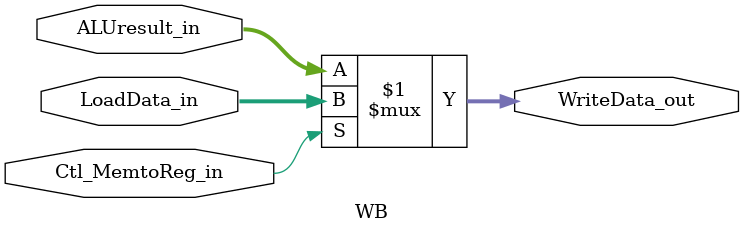
<source format=v>
`timescale 1ns / 1ps
module WB(
// control signal
input Ctl_MemtoReg_in, 
input [31:0] LoadData_in, ALUresult_in,

output [31:0] WriteData_out
);

assign WriteData_out = (Ctl_MemtoReg_in)? LoadData_in : ALUresult_in;


endmodule



</source>
